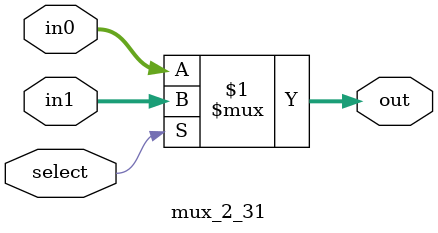
<source format=v>
module mux_2_31(out,select,in0,in1);
    input select;
    input [30:0] in0, in1;
    output [30:0] out;
    assign out = select ? in1 : in0;
endmodule
</source>
